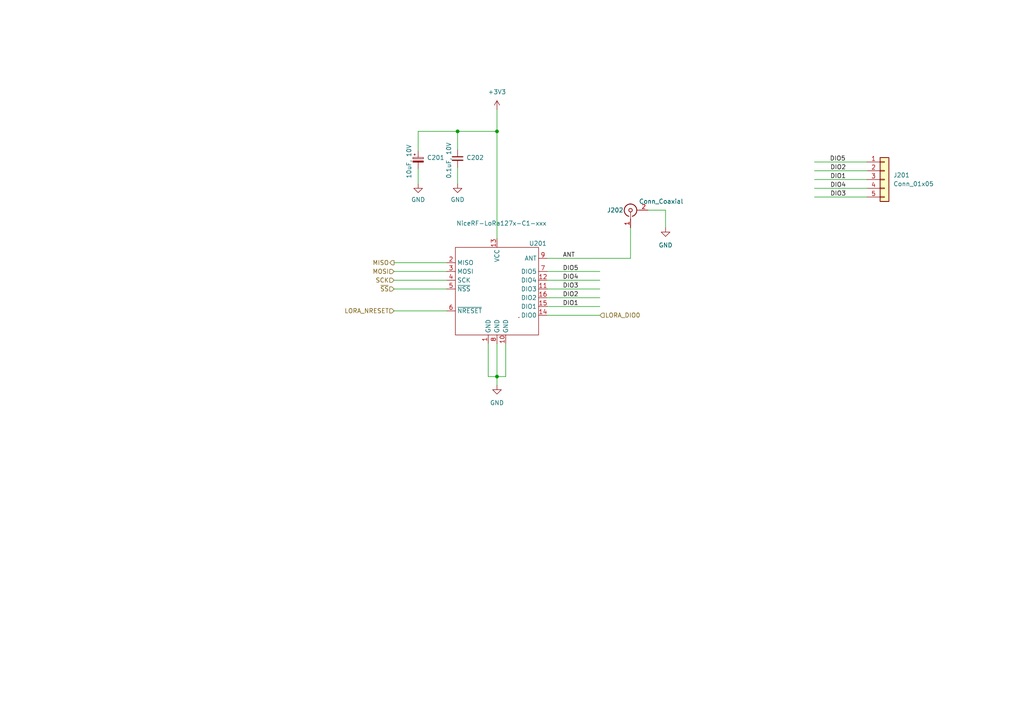
<source format=kicad_sch>
(kicad_sch (version 20211123) (generator eeschema)
  (paper "A4")
  (title_block (title "varun_rx") (date "2022-08-05") (rev "0.2") (company "DYULABS PRIVATE LIMITED") (comment 1 "SMA connector") (comment 2 "Proto v0.2") (comment 3 "varun_nr_at826_rx") (comment 4 "Hitesh Joshi"))
  (lib_symbols
    (symbol "Connector:Conn_Coaxial" (pin_names (offset 1.016) hide)
      (property "Reference" "J" (at 0.254 3.048 0))
      (property "Value" "Conn_Coaxial" (at 2.921 0 90))
      (symbol "Conn_Coaxial_0_1"
        (arc (start -1.778 -0.508) (mid 0.222 -1.808) (end 1.778 0) (stroke (width 0.254)))
        (polyline (pts (xy -2.54 0) (xy -0.508 0)))
        (polyline (pts (xy 0 -2.54) (xy 0 -1.778)))
        (circle (center 0 0) (radius 0.508) (stroke (width 0.2032)))
        (arc (start 1.778 0) (mid 0.222 1.8083) (end -1.778 0.508) (stroke (width 0.254)))
      )
      (symbol "Conn_Coaxial_1_1"
        (pin passive line (at -5.08 0 0) (length 2.54) (name "In") (number "1"))
        (pin passive line (at 0 -5.08 90) (length 2.54) (name "Ext") (number "2"))
      )
    )
    (symbol "Connector_Generic:Conn_01x05" (pin_names (offset 1.016) hide)
      (property "Reference" "J" (at 0 7.62 0))
      (property "Value" "Conn_01x05" (at 0 -7.62 0))
      (symbol "Conn_01x05_1_1"
        (rectangle (start -1.27 -4.953) (end 0 -5.207) (stroke (width 0.1524)))
        (rectangle (start -1.27 -2.413) (end 0 -2.667) (stroke (width 0.1524)))
        (rectangle (start -1.27 0.127) (end 0 -0.127) (stroke (width 0.1524)))
        (rectangle (start -1.27 2.667) (end 0 2.413) (stroke (width 0.1524)))
        (rectangle (start -1.27 5.207) (end 0 4.953) (stroke (width 0.1524)))
        (rectangle (start -1.27 6.35) (end 1.27 -6.35) (stroke (width 0.254)) (fill (type background)))
        (pin passive line (at -5.08 5.08 0) (length 3.81) (name "Pin_1") (number "1"))
        (pin passive line (at -5.08 2.54 0) (length 3.81) (name "Pin_2") (number "2"))
        (pin passive line (at -5.08 0 0) (length 3.81) (name "Pin_3") (number "3"))
        (pin passive line (at -5.08 -2.54 0) (length 3.81) (name "Pin_4") (number "4"))
        (pin passive line (at -5.08 -5.08 0) (length 3.81) (name "Pin_5") (number "5"))
      )
    )
    (symbol "DYULIBS_SYMBOL:NiceRF-LoRa127x-C1-xxx"
      (property "Reference" "U" (at 6.985 15.24 0))
      (property "Value" "NiceRF-LoRa127x-C1-xxx" (at 17.78 -15.875 0))
      (symbol "NiceRF-LoRa127x-C1-xxx_0_1"
        (rectangle (start -12.065 12.7) (end 12.065 -12.7))
        (rectangle (start 6.35 -7.62) (end 6.35 -7.62))
        (rectangle (start 6.35 -7.62) (end 6.35 -7.62))
        (rectangle (start 6.35 -7.62) (end 6.35 -7.62))
        (rectangle (start 6.35 -7.62) (end 6.35 -7.62))
        (rectangle (start 6.35 -7.62) (end 6.35 -7.62))
        (rectangle (start 6.35 -7.62) (end 6.35 -7.62))
        (rectangle (start 6.35 -7.62) (end 6.35 -7.62))
      )
      (symbol "NiceRF-LoRa127x-C1-xxx_1_1"
        (pin power_in line (at -2.54 -15.24 90) (length 2.54) (name "GND") (number "1"))
        (pin power_in line (at 2.54 -15.24 90) (length 2.54) (name "GND") (number "10"))
        (pin bidirectional line (at 14.605 0.635 180) (length 2.54) (name "DIO3") (number "11"))
        (pin bidirectional line (at 14.605 3.175 180) (length 2.54) (name "DIO4") (number "12"))
        (pin power_in line (at 0 15.24 270) (length 2.54) (name "VCC") (number "13"))
        (pin bidirectional line (at 14.605 -6.985 180) (length 2.54) (name "DIO0") (number "14"))
        (pin bidirectional line (at 14.605 -4.445 180) (length 2.54) (name "DIO1") (number "15"))
        (pin bidirectional line (at 14.605 -1.905 180) (length 2.54) (name "DIO2") (number "16"))
        (pin output line (at -14.605 8.255 0) (length 2.54) (name "MISO") (number "2"))
        (pin input line (at -14.605 5.715 0) (length 2.54) (name "MOSI") (number "3"))
        (pin input line (at -14.605 3.175 0) (length 2.54) (name "SCK") (number "4"))
        (pin input line (at -14.605 0.635 0) (length 2.54) (name "~{NSS}") (number "5"))
        (pin input line (at -14.605 -5.715 0) (length 2.54) (name "~{NRESET}") (number "6"))
        (pin bidirectional line (at 14.605 5.715 180) (length 2.54) (name "DIO5") (number "7"))
        (pin power_in line (at 0 -15.24 90) (length 2.54) (name "GND") (number "8"))
        (pin passive line (at 14.605 9.525 180) (length 2.54) (name "ANT") (number "9"))
      )
    )
    (symbol "Device:C_Polarized_Small" (pin_numbers hide) (pin_names (offset 0.254) hide)
      (property "Reference" "C" (at 0.254 1.778 0))
      (property "Value" "C_Polarized_Small" (at 0.254 -2.032 0))
      (symbol "C_Polarized_Small_0_1"
        (rectangle (start -1.524 -0.3048) (end 1.524 -0.6858) (fill (type outline)))
        (rectangle (start -1.524 0.6858) (end 1.524 0.3048))
        (polyline (pts (xy -1.27 1.524) (xy -0.762 1.524)))
        (polyline (pts (xy -1.016 1.27) (xy -1.016 1.778)))
      )
      (symbol "C_Polarized_Small_1_1"
        (pin passive line (at 0 2.54 270) (length 1.8542) (name "~") (number "1"))
        (pin passive line (at 0 -2.54 90) (length 1.8542) (name "~") (number "2"))
      )
    )
    (symbol "Device:C_Small" (pin_numbers hide) (pin_names (offset 0.254) hide)
      (property "Reference" "C" (at 0.254 1.778 0))
      (property "Value" "C_Small" (at 0.254 -2.032 0))
      (symbol "C_Small_0_1"
        (polyline (pts (xy -1.524 -0.508) (xy 1.524 -0.508)) (stroke (width 0.3302)))
        (polyline (pts (xy -1.524 0.508) (xy 1.524 0.508)) (stroke (width 0.3048)))
      )
      (symbol "C_Small_1_1"
        (pin passive line (at 0 2.54 270) (length 2.032) (name "~") (number "1"))
        (pin passive line (at 0 -2.54 90) (length 2.032) (name "~") (number "2"))
      )
    )
    (symbol "power:+3.3V" (power) (pin_names (offset 0))
      (property "Value" "+3.3V" (at 0 3.556 0))
      (symbol "+3.3V_0_1"
        (polyline (pts (xy -0.762 1.27) (xy 0 2.54)))
        (polyline (pts (xy 0 0) (xy 0 2.54)))
        (polyline (pts (xy 0 2.54) (xy 0.762 1.27)))
      )
      (symbol "+3.3V_1_1"
        (pin power_in line (at 0 0 90) (length 0) hide (name "+3V3") (number "1"))
      )
    )
    (symbol "power:GND" (power) (pin_names (offset 0))
      (property "Value" "GND" (at 0 -3.81 0))
      (symbol "GND_0_1"
        (polyline (pts (xy 0 0) (xy 0 -1.27) (xy 1.27 -1.27) (xy 0 -2.54) (xy -1.27 -1.27) (xy 0 -1.27)))
      )
      (symbol "GND_1_1"
        (pin power_in line (at 0 0 270) (length 0) hide (name "GND") (number "1"))
      )
    )
  )
  (junction (at 144.145 109.22))
  (junction (at 144.145 38.1))
  (junction (at 132.715 38.1))
  (wire (pts (xy 158.75 91.44) (xy 173.99 91.44)))
  (wire (pts (xy 236.22 52.07) (xy 251.46 52.07)))
  (wire (pts (xy 144.145 38.1) (xy 144.145 69.215)))
  (wire (pts (xy 236.22 49.53) (xy 251.46 49.53)))
  (wire (pts (xy 144.145 109.22) (xy 144.145 111.76)))
  (wire (pts (xy 187.96 60.96) (xy 193.04 60.96)))
  (wire (pts (xy 236.22 46.99) (xy 251.46 46.99)))
  (wire (pts (xy 236.22 54.61) (xy 251.46 54.61)))
  (wire (pts (xy 144.145 109.22) (xy 146.685 109.22)))
  (wire (pts (xy 158.75 88.9) (xy 173.99 88.9)))
  (wire (pts (xy 141.605 109.22) (xy 144.145 109.22)))
  (wire (pts (xy 132.715 38.1) (xy 144.145 38.1)))
  (wire (pts (xy 158.75 74.93) (xy 182.88 74.93)))
  (wire (pts (xy 146.685 109.22) (xy 146.685 99.695)))
  (wire (pts (xy 158.75 86.36) (xy 173.99 86.36)))
  (wire (pts (xy 114.3 83.82) (xy 129.54 83.82)))
  (wire (pts (xy 114.3 90.17) (xy 129.54 90.17)))
  (wire (pts (xy 236.22 57.15) (xy 251.46 57.15)))
  (wire (pts (xy 121.285 38.1) (xy 132.715 38.1)))
  (wire (pts (xy 132.715 38.1) (xy 132.715 43.434)))
  (wire (pts (xy 132.715 48.514) (xy 132.715 53.34)))
  (wire (pts (xy 158.75 81.28) (xy 173.99 81.28)))
  (wire (pts (xy 114.3 81.28) (xy 129.54 81.28)))
  (wire (pts (xy 182.88 66.04) (xy 182.88 74.93)))
  (wire (pts (xy 114.3 78.74) (xy 129.54 78.74)))
  (wire (pts (xy 141.605 99.695) (xy 141.605 109.22)))
  (wire (pts (xy 158.75 83.82) (xy 173.99 83.82)))
  (wire (pts (xy 121.285 38.1) (xy 121.285 43.815)))
  (wire (pts (xy 158.75 78.74) (xy 173.99 78.74)))
  (wire (pts (xy 144.145 109.22) (xy 144.145 99.695)))
  (wire (pts (xy 193.04 60.96) (xy 193.04 66.04)))
  (wire (pts (xy 144.145 31.75) (xy 144.145 38.1)))
  (wire (pts (xy 114.3 76.2) (xy 129.54 76.2)))
  (wire (pts (xy 121.285 48.895) (xy 121.285 53.34)))
  (label "DIO4" (at 240.792 54.61 0))
  (label "DIO3" (at 163.195 83.82 0))
  (label "DIO4" (at 163.195 81.28 0))
  (label "DIO2" (at 240.792 49.53 0))
  (label "DIO2" (at 163.195 86.36 0))
  (label "DIO1" (at 163.195 88.9 0))
  (label "DIO3" (at 240.792 57.15 0))
  (label "DIO5" (at 163.195 78.74 0))
  (label "ANT" (at 163.195 74.93 0))
  (label "DIO1" (at 240.792 52.07 0))
  (label "DIO5" (at 240.665 46.99 0))
  (hierarchical_label "MOSI" (shape input) (at 114.3 78.74 180))
  (hierarchical_label "SCK" (shape input) (at 114.3 81.28 180))
  (hierarchical_label "LORA_NRESET" (shape input) (at 114.3 90.17 180))
  (hierarchical_label "MISO" (shape output) (at 114.3 76.2 180))
  (hierarchical_label "LORA_DIO0" (shape input) (at 173.99 91.44 0))
  (hierarchical_label "~{SS}" (shape input) (at 114.3 83.82 180))
  (symbol (lib_id "power:GND") (at 193.04 66.04 0) (unit 1)
    (property "Reference" "#PWR0103" (effects hide))
    (property "Value" "GND" (at 193.04 71.12 0))
  )
  (symbol (lib_id "power:GND") (at 121.285 53.34 0) (unit 1)
    (property "Reference" "#PWR0203" (effects hide))
    (property "Value" "GND" (at 121.285 57.912 0))
  )
  (symbol (lib_id "power:+3.3V") (at 144.145 31.75 0) (unit 1)
    (property "Reference" "#PWR0121" (effects hide))
    (property "Value" "+3.3V" (at 144.145 26.67 0))
  )
  (symbol (lib_id "power:GND") (at 132.715 53.34 0) (unit 1)
    (property "Reference" "#PWR0204" (effects hide))
    (property "Value" "GND" (at 132.715 57.912 0))
  )
  (symbol (lib_id "DYULIBS_SYMBOL:NiceRF-LoRa127x-C1-xxx") (at 144.145 84.455 0) (unit 1)
    (property "Reference" "U201" (at 153.416 70.612 0) (effects (justify left)))
    (property "Value" "NiceRF-LoRa127x-C1-xxx" (at 132.334 64.77 0) (effects (justify left)))
    (property "Footprint" "DYULIBS_FOOTPRINT:NiceRF-LoRa127X-C1-xxx" (effects hide))
    (property "Datasheet" "https://www.nicerf.com/products/detail/long-range-lora-module-lora1276-c1.html" (effects hide))
    (property "Config" "+a,+du" (effects hide))
    (property "Distributor" "NiceRF" (effects hide))
    (property "MFPN" "Lora1276-C1-868" (effects hide))
    (property "Manufacturer" "NiceRF" (effects hide))
  )
  (symbol (lib_id "Connector:Conn_Coaxial") (at 182.88 60.96 90) (unit 1)
    (property "Reference" "J202" (at 178.435 60.96 90))
    (property "Value" "Conn_Coaxial" (at 191.77 58.42 90))
    (property "Footprint" "Connector_Coaxial:U.FL_Molex_MCRF_73412-0110_Vertical" (effects hide))
    (property "Datasheet" " ~" (effects hide))
    (property "MFPN" "CONMHF1-SMD-G-T" (effects hide))
    (property "Manufacturer" "Linx" (effects hide))
    (property "Config" "+a,+du" (effects hide))
    (property "Distributor" "Mouser" (effects hide))
  )
  (symbol (lib_id "Device:C_Polarized_Small") (at 121.285 46.355 0) (unit 1)
    (property "Reference" "C201" (at 123.825 45.72 0) (effects (justify left)))
    (property "Value" "10uF, 10V" (at 118.618 51.816 90) (effects (justify left)))
    (property "Footprint" "Capacitor_SMD:C_1206_3216Metric" (effects hide))
    (property "MFPN" "TAJA106K010SNJ" (effects hide))
    (property "Manufacturer" "kyocera AVX" (effects hide))
    (property "Config" "+m,+a" (effects hide))
    (property "Distributor" "Mouser" (effects hide))
  )
  (symbol (lib_id "Device:C_Small") (at 132.715 45.974 0) (unit 1)
    (property "Reference" "C202" (at 135.255 45.72 0) (effects (justify left)))
    (property "Value" "0.1uF, 10V" (at 130.175 51.816 90) (effects (justify left)))
    (property "Footprint" "Capacitor_SMD:C_0402_1005Metric" (effects hide))
    (property "MFPN" "0402ZD104KAT4A" (effects hide))
    (property "Vendor" "AVX" (effects hide))
    (property "Config" "+m,+a" (effects hide))
    (property "Distributor" "Mouser" (effects hide))
    (property "Manufacturer" "kyocera AVX" (effects hide))
  )
  (symbol (lib_id "Connector_Generic:Conn_01x05") (at 256.54 52.07 0) (unit 1)
    (property "Reference" "J201" (at 259.08 50.7999 0) (effects (justify left)))
    (property "Value" "Conn_01x05" (at 259.08 53.3399 0) (effects (justify left)))
    (property "Footprint" "Connector_PinHeader_2.54mm:PinHeader_1x05_P2.54mm_Vertical" (effects hide))
    (property "MFPN" "22284050" (effects hide))
    (property "Manufacturer" "Molex" (effects hide))
    (property "Config" "dnp" (effects hide))
    (property "Distributor" "Generic" (effects hide))
  )
  (symbol (lib_id "power:GND") (at 144.145 111.76 0) (unit 1)
    (property "Reference" "#PWR0202" (effects hide))
    (property "Value" "GND" (at 144.145 116.84 0))
  )
)
</source>
